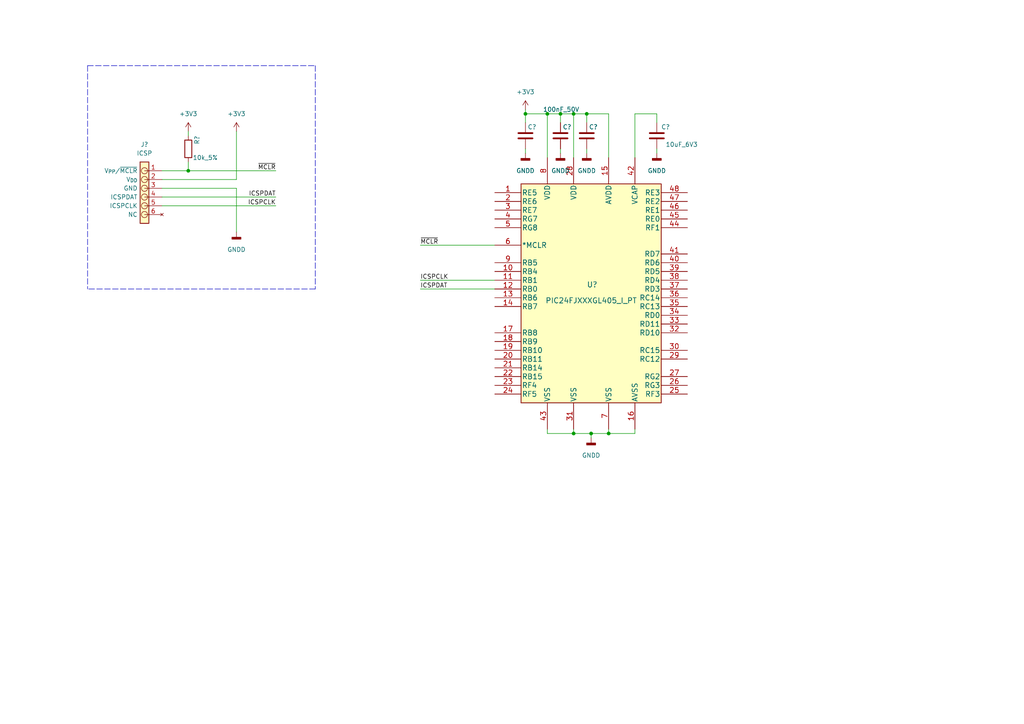
<source format=kicad_sch>
(kicad_sch (version 20211123) (generator eeschema)
  (paper "A4")
  (title_block (title "UM200 PCB") (date "2021-12-31") (rev "0") (comment 1 "Control"))
  (lib_symbols
    (symbol "USER_Cap_0603:100nF_50V" (pin_numbers hide) (pin_names (offset 0.254))
      (property "Reference" "C" (at 0.635 2.54 0))
      (property "Value" "100nF_50V" (at 0.635 -2.54 0))
      (symbol "100nF_50V_0_1"
        (polyline (pts (xy -2.032 -0.762) (xy 2.032 -0.762)) (stroke (width 0.508)))
        (polyline (pts (xy -2.032 0.762) (xy 2.032 0.762)) (stroke (width 0.508)))
      )
      (symbol "100nF_50V_1_1"
        (pin passive line (at 0 3.81 270) (length 2.794) (name "~") (number "1"))
        (pin passive line (at 0 -3.81 90) (length 2.794) (name "~") (number "2"))
      )
    )
    (symbol "USER_Cap_0603:10uF_6V3" (pin_numbers hide) (pin_names (offset 0.254))
      (property "Reference" "C" (at 0.635 2.54 0))
      (property "Value" "10uF_6V3" (at 0.635 -2.54 0))
      (symbol "10uF_6V3_0_1"
        (polyline (pts (xy -2.032 -0.762) (xy 2.032 -0.762)) (stroke (width 0.508)))
        (polyline (pts (xy -2.032 0.762) (xy 2.032 0.762)) (stroke (width 0.508)))
      )
      (symbol "10uF_6V3_1_1"
        (pin passive line (at 0 3.81 270) (length 2.794) (name "~") (number "1"))
        (pin passive line (at 0 -3.81 90) (length 2.794) (name "~") (number "2"))
      )
    )
    (symbol "USER_Connectors:ICSP" (pin_names (offset 2))
      (property "Reference" "J" (at 0 12.7 0))
      (property "Value" "ICSP" (at 0 10.16 0))
      (symbol "ICSP_0_1"
        (rectangle (start -1.27 8.89) (end 1.27 -8.89) (stroke (width 0.254)) (fill (type background)))
        (circle (center 0 -6.35) (radius 0.898))
        (circle (center 0 -3.81) (radius 0.898))
        (circle (center 0 -1.27) (radius 0.898))
        (circle (center 0 1.27) (radius 0.898))
        (circle (center 0 3.81) (radius 0.898))
        (circle (center 0 6.35) (radius 0.898))
      )
      (symbol "ICSP_1_1"
        (pin input line (at 5.08 6.35 180) (length 5.08) (name "⁯‬V_{PP}/~{MCLR}") (number "1"))
        (pin power_in line (at 5.08 3.81 180) (length 5.08) (name "V_{DD}") (number "2"))
        (pin power_in line (at 5.08 1.27 180) (length 5.08) (name "GND") (number "3"))
        (pin bidirectional line (at 5.08 -1.27 180) (length 5.08) (name "ICSPDAT") (number "4"))
        (pin input line (at 5.08 -3.81 180) (length 5.08) (name "ICSPCLK") (number "5"))
        (pin no_connect line (at 5.08 -6.35 180) (length 5.08) (name "NC") (number "6"))
      )
    )
    (symbol "USER_Microchip_PIC:PIC24FJXXXGL405_I_PT" (pin_names (offset 0.254))
      (property "Reference" "U" (at 0 5.08 0))
      (property "Value" "PIC24FJXXXGL405_I_PT" (at 0 0 0))
      (symbol "PIC24FJXXXGL405_I_PT_1_1"
        (rectangle (start -20.32 31.75) (end 20.32 -31.75) (stroke (width 0.254)) (fill (type background)))
        (pin bidirectional line (at -27.94 29.21 0) (length 7.62) (name "RE5") (number "1"))
        (pin bidirectional line (at -27.94 6.35 0) (length 7.62) (name "RB4") (number "10"))
        (pin bidirectional line (at -27.94 3.81 0) (length 7.62) (name "RB1") (number "11"))
        (pin bidirectional line (at -27.94 1.27 0) (length 7.62) (name "RB0") (number "12"))
        (pin bidirectional line (at -27.94 -1.27 0) (length 7.62) (name "RB6") (number "13"))
        (pin bidirectional line (at -27.94 -3.81 0) (length 7.62) (name "RB7") (number "14"))
        (pin power_in line (at 5.08 39.37 270) (length 7.62) (name "AVDD") (number "15"))
        (pin power_in line (at 12.7 -39.37 90) (length 7.62) (name "AVSS") (number "16"))
        (pin bidirectional line (at -27.94 -11.43 0) (length 7.62) (name "RB8") (number "17"))
        (pin bidirectional line (at -27.94 -13.97 0) (length 7.62) (name "RB9") (number "18"))
        (pin bidirectional line (at -27.94 -16.51 0) (length 7.62) (name "RB10") (number "19"))
        (pin bidirectional line (at -27.94 26.67 0) (length 7.62) (name "RE6") (number "2"))
        (pin bidirectional line (at -27.94 -19.05 0) (length 7.62) (name "RB11") (number "20"))
        (pin bidirectional line (at -27.94 -21.59 0) (length 7.62) (name "RB14") (number "21"))
        (pin bidirectional line (at -27.94 -24.13 0) (length 7.62) (name "RB15") (number "22"))
        (pin bidirectional line (at -27.94 -26.67 0) (length 7.62) (name "RF4") (number "23"))
        (pin bidirectional line (at -27.94 -29.21 0) (length 7.62) (name "RF5") (number "24"))
        (pin bidirectional line (at 27.94 -29.21 180) (length 7.62) (name "RF3") (number "25"))
        (pin bidirectional line (at 27.94 -26.67 180) (length 7.62) (name "RG3") (number "26"))
        (pin bidirectional line (at 27.94 -24.13 180) (length 7.62) (name "RG2") (number "27"))
        (pin power_in line (at -5.08 39.37 270) (length 7.62) (name "VDD") (number "28"))
        (pin bidirectional line (at 27.94 -19.05 180) (length 7.62) (name "RC12") (number "29"))
        (pin bidirectional line (at -27.94 24.13 0) (length 7.62) (name "RE7") (number "3"))
        (pin bidirectional line (at 27.94 -16.51 180) (length 7.62) (name "RC15") (number "30"))
        (pin power_in line (at -5.08 -39.37 90) (length 7.62) (name "VSS") (number "31"))
        (pin bidirectional line (at 27.94 -11.43 180) (length 7.62) (name "RD10") (number "32"))
        (pin bidirectional line (at 27.94 -8.89 180) (length 7.62) (name "RD11") (number "33"))
        (pin bidirectional line (at 27.94 -6.35 180) (length 7.62) (name "RD0") (number "34"))
        (pin bidirectional line (at 27.94 -3.81 180) (length 7.62) (name "RC13") (number "35"))
        (pin bidirectional line (at 27.94 -1.27 180) (length 7.62) (name "RC14") (number "36"))
        (pin bidirectional line (at 27.94 1.27 180) (length 7.62) (name "RD3") (number "37"))
        (pin bidirectional line (at 27.94 3.81 180) (length 7.62) (name "RD4") (number "38"))
        (pin bidirectional line (at 27.94 6.35 180) (length 7.62) (name "RD5") (number "39"))
        (pin bidirectional line (at -27.94 21.59 0) (length 7.62) (name "RG7") (number "4"))
        (pin bidirectional line (at 27.94 8.89 180) (length 7.62) (name "RD6") (number "40"))
        (pin bidirectional line (at 27.94 11.43 180) (length 7.62) (name "RD7") (number "41"))
        (pin power_in line (at 12.7 39.37 270) (length 7.62) (name "VCAP") (number "42"))
        (pin power_in line (at -12.7 -39.37 90) (length 7.62) (name "VSS") (number "43"))
        (pin bidirectional line (at 27.94 19.05 180) (length 7.62) (name "RF1") (number "44"))
        (pin bidirectional line (at 27.94 21.59 180) (length 7.62) (name "RE0") (number "45"))
        (pin bidirectional line (at 27.94 24.13 180) (length 7.62) (name "RE1") (number "46"))
        (pin bidirectional line (at 27.94 26.67 180) (length 7.62) (name "RE2") (number "47"))
        (pin bidirectional line (at 27.94 29.21 180) (length 7.62) (name "RE3") (number "48"))
        (pin bidirectional line (at -27.94 19.05 0) (length 7.62) (name "RG8") (number "5"))
        (pin input line (at -27.94 13.97 0) (length 7.62) (name "*MCLR") (number "6"))
        (pin power_in line (at 5.08 -39.37 90) (length 7.62) (name "VSS") (number "7"))
        (pin power_in line (at -12.7 39.37 270) (length 7.62) (name "VDD") (number "8"))
        (pin bidirectional line (at -27.94 8.89 0) (length 7.62) (name "RB5") (number "9"))
      )
    )
    (symbol "USER_Res_0603:10k_5%" (pin_numbers hide) (pin_names (offset 0))
      (property "Reference" "R" (at 2.54 2.54 0))
      (property "Value" "10k_5%" (at 5.08 -2.54 0))
      (symbol "10k_5%_0_1"
        (rectangle (start -1.016 -2.54) (end 1.016 2.54) (stroke (width 0.254)))
      )
      (symbol "10k_5%_1_1"
        (pin passive line (at 0 3.81 270) (length 1.27) (name "~") (number "1"))
        (pin passive line (at 0 -3.81 90) (length 1.27) (name "~") (number "2"))
      )
    )
    (symbol "power:+3.3V" (power) (pin_names (offset 0))
      (property "Value" "+3.3V" (at 0 3.556 0))
      (symbol "+3.3V_0_1"
        (polyline (pts (xy -0.762 1.27) (xy 0 2.54)))
        (polyline (pts (xy 0 0) (xy 0 2.54)))
        (polyline (pts (xy 0 2.54) (xy 0.762 1.27)))
      )
      (symbol "+3.3V_1_1"
        (pin power_in line (at 0 0 90) (length 0) hide (name "+3V3") (number "1"))
      )
    )
    (symbol "power:GNDD" (power) (pin_names (offset 0))
      (property "Value" "GNDD" (at 0 -3.175 0))
      (symbol "GNDD_0_1"
        (rectangle (start -1.27 -1.524) (end 1.27 -2.032) (stroke (width 0.254)) (fill (type outline)))
        (polyline (pts (xy 0 0) (xy 0 -1.524)))
      )
      (symbol "GNDD_1_1"
        (pin power_in line (at 0 0 270) (length 0) hide (name "GNDD") (number "1"))
      )
    )
  )
  (junction (at 170.18 33.02))
  (junction (at 54.61 49.53))
  (junction (at 162.56 33.02))
  (junction (at 176.53 125.73))
  (junction (at 171.45 125.73))
  (junction (at 152.4 33.02))
  (junction (at 158.75 33.02))
  (junction (at 166.37 33.02))
  (junction (at 166.37 125.73))
  (polyline (pts (xy 91.44 83.82) (xy 25.4 83.82)))
  (wire (pts (xy 170.18 43.18) (xy 170.18 44.45)))
  (wire (pts (xy 176.53 124.46) (xy 176.53 125.73)))
  (polyline (pts (xy 91.44 19.05) (xy 91.44 83.82)))
  (wire (pts (xy 170.18 33.02) (xy 176.53 33.02)))
  (wire (pts (xy 152.4 33.02) (xy 152.4 35.56)))
  (wire (pts (xy 158.75 33.02) (xy 162.56 33.02)))
  (wire (pts (xy 121.92 83.82) (xy 143.51 83.82)))
  (wire (pts (xy 158.75 125.73) (xy 166.37 125.73)))
  (wire (pts (xy 166.37 33.02) (xy 162.56 33.02)))
  (wire (pts (xy 46.99 59.69) (xy 80.01 59.69)))
  (wire (pts (xy 121.92 71.12) (xy 143.51 71.12)))
  (wire (pts (xy 152.4 31.75) (xy 152.4 33.02)))
  (wire (pts (xy 190.5 33.02) (xy 184.15 33.02)))
  (wire (pts (xy 54.61 49.53) (xy 80.01 49.53)))
  (wire (pts (xy 46.99 49.53) (xy 54.61 49.53)))
  (wire (pts (xy 190.5 43.18) (xy 190.5 44.45)))
  (polyline (pts (xy 25.4 19.05) (xy 91.44 19.05)))
  (wire (pts (xy 166.37 124.46) (xy 166.37 125.73)))
  (wire (pts (xy 171.45 125.73) (xy 176.53 125.73)))
  (wire (pts (xy 46.99 57.15) (xy 80.01 57.15)))
  (wire (pts (xy 68.58 54.61) (xy 68.58 67.31)))
  (wire (pts (xy 152.4 43.18) (xy 152.4 44.45)))
  (wire (pts (xy 162.56 43.18) (xy 162.56 44.45)))
  (wire (pts (xy 176.53 33.02) (xy 176.53 45.72)))
  (wire (pts (xy 121.92 81.28) (xy 143.51 81.28)))
  (polyline (pts (xy 25.4 19.05) (xy 25.4 83.82)))
  (wire (pts (xy 158.75 33.02) (xy 152.4 33.02)))
  (wire (pts (xy 68.58 38.1) (xy 68.58 52.07)))
  (wire (pts (xy 68.58 52.07) (xy 46.99 52.07)))
  (wire (pts (xy 158.75 124.46) (xy 158.75 125.73)))
  (wire (pts (xy 166.37 45.72) (xy 166.37 33.02)))
  (wire (pts (xy 54.61 38.1) (xy 54.61 39.37)))
  (wire (pts (xy 171.45 125.73) (xy 171.45 127)))
  (wire (pts (xy 166.37 125.73) (xy 171.45 125.73)))
  (wire (pts (xy 170.18 35.56) (xy 170.18 33.02)))
  (wire (pts (xy 46.99 54.61) (xy 68.58 54.61)))
  (wire (pts (xy 158.75 45.72) (xy 158.75 33.02)))
  (wire (pts (xy 170.18 33.02) (xy 166.37 33.02)))
  (wire (pts (xy 54.61 46.99) (xy 54.61 49.53)))
  (wire (pts (xy 176.53 125.73) (xy 184.15 125.73)))
  (wire (pts (xy 162.56 35.56) (xy 162.56 33.02)))
  (wire (pts (xy 184.15 33.02) (xy 184.15 45.72)))
  (wire (pts (xy 190.5 35.56) (xy 190.5 33.02)))
  (wire (pts (xy 184.15 125.73) (xy 184.15 124.46)))
  (label "ICSPDAT" (at 80.01 57.15 180))
  (label "ICSPCLK" (at 80.01 59.69 180))
  (label "~{MCLR}" (at 80.01 49.53 180))
  (label "~{MCLR}" (at 121.92 71.12 0))
  (label "ICSPDAT" (at 121.92 83.82 0))
  (label "ICSPCLK" (at 121.92 81.28 0))
  (symbol (lib_id "USER_Connectors:ICSP") (at 41.91 55.88 0) (unit 1)
    (property "Reference" "J?" (at 41.91 41.91 0))
    (property "Value" "ICSP" (at 41.91 44.45 0))
    (property "Footprint" "USER_fp:ICSP" (effects hide))
  )
  (symbol (lib_id "power:+3.3V") (at 54.61 38.1 0) (unit 1)
    (property "Reference" "#PWR?" (effects hide))
    (property "Value" "+3.3V" (at 54.61 33.02 0))
  )
  (symbol (lib_id "USER_Cap_0603:100nF_50V") (at 152.4 39.37 0) (unit 1)
    (property "Reference" "C?" (at 153.035 36.83 0) (effects (justify left)))
    (property "Value" "100nF_50V" (effects hide))
    (property "Footprint" "Capacitor_SMD:C_0603_1608Metric" (effects hide))
    (property "Part Number" "0603_CERCO_100NF50V" (effects hide))
  )
  (symbol (lib_id "power:GNDD") (at 162.56 44.45 0) (unit 1)
    (property "Reference" "#PWR?" (effects hide))
    (property "Value" "GNDD" (at 162.56 49.53 0))
  )
  (symbol (lib_id "power:GNDD") (at 190.5 44.45 0) (unit 1)
    (property "Reference" "#PWR?" (effects hide))
    (property "Value" "GNDD" (at 190.5 49.53 0))
  )
  (symbol (lib_id "power:GNDD") (at 171.45 127 0) (unit 1)
    (property "Reference" "#PWR?" (effects hide))
    (property "Value" "GNDD" (at 171.45 132.08 0))
  )
  (symbol (lib_id "USER_Cap_0603:10uF_6V3") (at 190.5 39.37 0) (unit 1)
    (property "Reference" "C?" (at 191.77 36.83 0) (effects (justify left)))
    (property "Value" "10uF_6V3" (at 193.04 41.91 0) (effects (justify left)))
    (property "Footprint" "Capacitor_SMD:C_0603_1608Metric" (effects hide))
    (property "Part Number" "0603_CERCO_10UF6V3" (effects hide))
  )
  (symbol (lib_id "USER_Cap_0603:100nF_50V") (at 170.18 39.37 0) (unit 1)
    (property "Reference" "C?" (at 170.815 36.83 0) (effects (justify left)))
    (property "Value" "100nF_50V" (effects hide))
    (property "Footprint" "Capacitor_SMD:C_0603_1608Metric" (effects hide))
    (property "Part Number" "0603_CERCO_100NF50V" (effects hide))
  )
  (symbol (lib_id "power:GNDD") (at 170.18 44.45 0) (unit 1)
    (property "Reference" "#PWR?" (effects hide))
    (property "Value" "GNDD" (at 170.18 49.53 0))
  )
  (symbol (lib_id "power:+3.3V") (at 152.4 31.75 0) (unit 1)
    (property "Reference" "#PWR01" (effects hide))
    (property "Value" "+3.3V" (at 152.4 26.67 0))
  )
  (symbol (lib_id "power:GNDD") (at 152.4 44.45 0) (unit 1)
    (property "Reference" "#PWR?" (effects hide))
    (property "Value" "GNDD" (at 152.4 49.53 0))
  )
  (symbol (lib_id "USER_Cap_0603:100nF_50V") (at 162.56 39.37 0) (unit 1)
    (property "Reference" "C?" (at 163.195 36.83 0) (effects (justify left)))
    (property "Value" "100nF_50V" (at 157.48 31.75 0) (effects (justify left)))
    (property "Footprint" "Capacitor_SMD:C_0603_1608Metric" (effects hide))
    (property "Part Number" "0603_CERCO_100NF50V" (effects hide))
  )
  (symbol (lib_id "USER_Res_0603:10k_5%") (at 54.61 43.18 0) (unit 1)
    (property "Reference" "R?" (at 57.15 41.9099 90) (effects (justify left)))
    (property "Value" "10k_5%" (at 55.88 45.72 0) (effects (justify left)))
    (property "Footprint" "Resistor_SMD:R_0603_1608Metric" (effects hide))
    (property "Part Number" "0603_RES_10K5%" (effects hide))
  )
  (symbol (lib_id "USER_Microchip_PIC:PIC24FJXXXGL405_I_PT") (at 171.45 85.09 0) (unit 1)
    (property "Reference" "U?" (at 170.18 82.55 0) (effects (font (size 1.524 1.524)) (justify left)))
    (property "Value" "PIC24FJXXXGL405_I_PT" (at 158.1744 87.1734 0) (effects (font (size 1.524 1.524)) (justify left)))
    (property "Footprint" "USER_fp:TQFP48_PT_MCH" (effects hide))
    (property "Datasheet" "${USER_LIB_DIR}/datasheets/processors/PIC24FJ512GU410-Family-Data-Sheet-DS30010203D.pdf" (effects hide))
    (property "Sourcing" "https://www.digikey.de/de/products/detail/microchip-technology/PIC24FJ256GL405-I-PT/12177614" (effects hide))
  )
  (symbol (lib_id "power:+3.3V") (at 68.58 38.1 0) (unit 1)
    (property "Reference" "#PWR?" (effects hide))
    (property "Value" "+3.3V" (at 68.58 33.02 0))
  )
  (symbol (lib_id "power:GNDD") (at 68.58 67.31 0) (unit 1)
    (property "Reference" "#PWR?" (effects hide))
    (property "Value" "GNDD" (at 68.58 72.39 0))
  )
)
</source>
